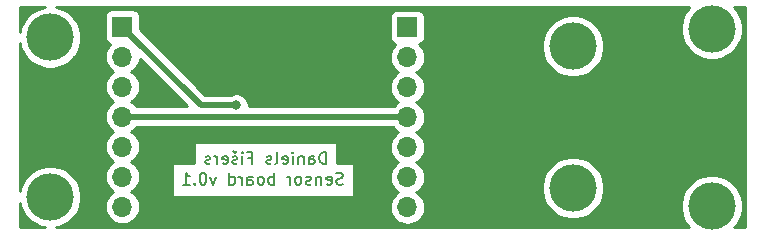
<source format=gbr>
G04 #@! TF.GenerationSoftware,KiCad,Pcbnew,(5.1.2)-2*
G04 #@! TF.CreationDate,2019-07-31T11:15:24+03:00*
G04 #@! TF.ProjectId,Sensor board,53656e73-6f72-4206-926f-6172642e6b69,rev?*
G04 #@! TF.SameCoordinates,Original*
G04 #@! TF.FileFunction,Copper,L2,Bot*
G04 #@! TF.FilePolarity,Positive*
%FSLAX46Y46*%
G04 Gerber Fmt 4.6, Leading zero omitted, Abs format (unit mm)*
G04 Created by KiCad (PCBNEW (5.1.2)-2) date 2019-07-31 11:15:24*
%MOMM*%
%LPD*%
G04 APERTURE LIST*
%ADD10C,0.150000*%
%ADD11C,4.000000*%
%ADD12O,1.700000X1.700000*%
%ADD13R,1.700000X1.700000*%
%ADD14C,0.800000*%
%ADD15C,0.500000*%
%ADD16C,0.254000*%
G04 APERTURE END LIST*
D10*
X72035714Y-34154761D02*
X71892857Y-34202380D01*
X71654761Y-34202380D01*
X71559523Y-34154761D01*
X71511904Y-34107142D01*
X71464285Y-34011904D01*
X71464285Y-33916666D01*
X71511904Y-33821428D01*
X71559523Y-33773809D01*
X71654761Y-33726190D01*
X71845238Y-33678571D01*
X71940476Y-33630952D01*
X71988095Y-33583333D01*
X72035714Y-33488095D01*
X72035714Y-33392857D01*
X71988095Y-33297619D01*
X71940476Y-33250000D01*
X71845238Y-33202380D01*
X71607142Y-33202380D01*
X71464285Y-33250000D01*
X70654761Y-34154761D02*
X70750000Y-34202380D01*
X70940476Y-34202380D01*
X71035714Y-34154761D01*
X71083333Y-34059523D01*
X71083333Y-33678571D01*
X71035714Y-33583333D01*
X70940476Y-33535714D01*
X70750000Y-33535714D01*
X70654761Y-33583333D01*
X70607142Y-33678571D01*
X70607142Y-33773809D01*
X71083333Y-33869047D01*
X70178571Y-33535714D02*
X70178571Y-34202380D01*
X70178571Y-33630952D02*
X70130952Y-33583333D01*
X70035714Y-33535714D01*
X69892857Y-33535714D01*
X69797619Y-33583333D01*
X69750000Y-33678571D01*
X69750000Y-34202380D01*
X69321428Y-34154761D02*
X69226190Y-34202380D01*
X69035714Y-34202380D01*
X68940476Y-34154761D01*
X68892857Y-34059523D01*
X68892857Y-34011904D01*
X68940476Y-33916666D01*
X69035714Y-33869047D01*
X69178571Y-33869047D01*
X69273809Y-33821428D01*
X69321428Y-33726190D01*
X69321428Y-33678571D01*
X69273809Y-33583333D01*
X69178571Y-33535714D01*
X69035714Y-33535714D01*
X68940476Y-33583333D01*
X68321428Y-34202380D02*
X68416666Y-34154761D01*
X68464285Y-34107142D01*
X68511904Y-34011904D01*
X68511904Y-33726190D01*
X68464285Y-33630952D01*
X68416666Y-33583333D01*
X68321428Y-33535714D01*
X68178571Y-33535714D01*
X68083333Y-33583333D01*
X68035714Y-33630952D01*
X67988095Y-33726190D01*
X67988095Y-34011904D01*
X68035714Y-34107142D01*
X68083333Y-34154761D01*
X68178571Y-34202380D01*
X68321428Y-34202380D01*
X67559523Y-34202380D02*
X67559523Y-33535714D01*
X67559523Y-33726190D02*
X67511904Y-33630952D01*
X67464285Y-33583333D01*
X67369047Y-33535714D01*
X67273809Y-33535714D01*
X66178571Y-34202380D02*
X66178571Y-33202380D01*
X66178571Y-33583333D02*
X66083333Y-33535714D01*
X65892857Y-33535714D01*
X65797619Y-33583333D01*
X65750000Y-33630952D01*
X65702380Y-33726190D01*
X65702380Y-34011904D01*
X65750000Y-34107142D01*
X65797619Y-34154761D01*
X65892857Y-34202380D01*
X66083333Y-34202380D01*
X66178571Y-34154761D01*
X65130952Y-34202380D02*
X65226190Y-34154761D01*
X65273809Y-34107142D01*
X65321428Y-34011904D01*
X65321428Y-33726190D01*
X65273809Y-33630952D01*
X65226190Y-33583333D01*
X65130952Y-33535714D01*
X64988095Y-33535714D01*
X64892857Y-33583333D01*
X64845238Y-33630952D01*
X64797619Y-33726190D01*
X64797619Y-34011904D01*
X64845238Y-34107142D01*
X64892857Y-34154761D01*
X64988095Y-34202380D01*
X65130952Y-34202380D01*
X63940476Y-34202380D02*
X63940476Y-33678571D01*
X63988095Y-33583333D01*
X64083333Y-33535714D01*
X64273809Y-33535714D01*
X64369047Y-33583333D01*
X63940476Y-34154761D02*
X64035714Y-34202380D01*
X64273809Y-34202380D01*
X64369047Y-34154761D01*
X64416666Y-34059523D01*
X64416666Y-33964285D01*
X64369047Y-33869047D01*
X64273809Y-33821428D01*
X64035714Y-33821428D01*
X63940476Y-33773809D01*
X63464285Y-34202380D02*
X63464285Y-33535714D01*
X63464285Y-33726190D02*
X63416666Y-33630952D01*
X63369047Y-33583333D01*
X63273809Y-33535714D01*
X63178571Y-33535714D01*
X62416666Y-34202380D02*
X62416666Y-33202380D01*
X62416666Y-34154761D02*
X62511904Y-34202380D01*
X62702380Y-34202380D01*
X62797619Y-34154761D01*
X62845238Y-34107142D01*
X62892857Y-34011904D01*
X62892857Y-33726190D01*
X62845238Y-33630952D01*
X62797619Y-33583333D01*
X62702380Y-33535714D01*
X62511904Y-33535714D01*
X62416666Y-33583333D01*
X61273809Y-33535714D02*
X61035714Y-34202380D01*
X60797619Y-33535714D01*
X60226190Y-33202380D02*
X60130952Y-33202380D01*
X60035714Y-33250000D01*
X59988095Y-33297619D01*
X59940476Y-33392857D01*
X59892857Y-33583333D01*
X59892857Y-33821428D01*
X59940476Y-34011904D01*
X59988095Y-34107142D01*
X60035714Y-34154761D01*
X60130952Y-34202380D01*
X60226190Y-34202380D01*
X60321428Y-34154761D01*
X60369047Y-34107142D01*
X60416666Y-34011904D01*
X60464285Y-33821428D01*
X60464285Y-33583333D01*
X60416666Y-33392857D01*
X60369047Y-33297619D01*
X60321428Y-33250000D01*
X60226190Y-33202380D01*
X59464285Y-34107142D02*
X59416666Y-34154761D01*
X59464285Y-34202380D01*
X59511904Y-34154761D01*
X59464285Y-34107142D01*
X59464285Y-34202380D01*
X58464285Y-34202380D02*
X59035714Y-34202380D01*
X58750000Y-34202380D02*
X58750000Y-33202380D01*
X58845238Y-33345238D01*
X58940476Y-33440476D01*
X59035714Y-33488095D01*
X70595238Y-32452380D02*
X70595238Y-31452380D01*
X70357142Y-31452380D01*
X70214285Y-31500000D01*
X70119047Y-31595238D01*
X70071428Y-31690476D01*
X70023809Y-31880952D01*
X70023809Y-32023809D01*
X70071428Y-32214285D01*
X70119047Y-32309523D01*
X70214285Y-32404761D01*
X70357142Y-32452380D01*
X70595238Y-32452380D01*
X69166666Y-32452380D02*
X69166666Y-31928571D01*
X69214285Y-31833333D01*
X69309523Y-31785714D01*
X69500000Y-31785714D01*
X69595238Y-31833333D01*
X69166666Y-32404761D02*
X69261904Y-32452380D01*
X69500000Y-32452380D01*
X69595238Y-32404761D01*
X69642857Y-32309523D01*
X69642857Y-32214285D01*
X69595238Y-32119047D01*
X69500000Y-32071428D01*
X69261904Y-32071428D01*
X69166666Y-32023809D01*
X68690476Y-31785714D02*
X68690476Y-32452380D01*
X68690476Y-31880952D02*
X68642857Y-31833333D01*
X68547619Y-31785714D01*
X68404761Y-31785714D01*
X68309523Y-31833333D01*
X68261904Y-31928571D01*
X68261904Y-32452380D01*
X67785714Y-32452380D02*
X67785714Y-31785714D01*
X67785714Y-31452380D02*
X67833333Y-31500000D01*
X67785714Y-31547619D01*
X67738095Y-31500000D01*
X67785714Y-31452380D01*
X67785714Y-31547619D01*
X66928571Y-32404761D02*
X67023809Y-32452380D01*
X67214285Y-32452380D01*
X67309523Y-32404761D01*
X67357142Y-32309523D01*
X67357142Y-31928571D01*
X67309523Y-31833333D01*
X67214285Y-31785714D01*
X67023809Y-31785714D01*
X66928571Y-31833333D01*
X66880952Y-31928571D01*
X66880952Y-32023809D01*
X67357142Y-32119047D01*
X66309523Y-32452380D02*
X66404761Y-32404761D01*
X66452380Y-32309523D01*
X66452380Y-31452380D01*
X65976190Y-32404761D02*
X65880952Y-32452380D01*
X65690476Y-32452380D01*
X65595238Y-32404761D01*
X65547619Y-32309523D01*
X65547619Y-32261904D01*
X65595238Y-32166666D01*
X65690476Y-32119047D01*
X65833333Y-32119047D01*
X65928571Y-32071428D01*
X65976190Y-31976190D01*
X65976190Y-31928571D01*
X65928571Y-31833333D01*
X65833333Y-31785714D01*
X65690476Y-31785714D01*
X65595238Y-31833333D01*
X64023809Y-31928571D02*
X64357142Y-31928571D01*
X64357142Y-32452380D02*
X64357142Y-31452380D01*
X63880952Y-31452380D01*
X63500000Y-32452380D02*
X63500000Y-31785714D01*
X63500000Y-31452380D02*
X63547619Y-31500000D01*
X63500000Y-31547619D01*
X63452380Y-31500000D01*
X63500000Y-31452380D01*
X63500000Y-31547619D01*
X63071428Y-32404761D02*
X62976190Y-32452380D01*
X62785714Y-32452380D01*
X62690476Y-32404761D01*
X62642857Y-32309523D01*
X62642857Y-32261904D01*
X62690476Y-32166666D01*
X62785714Y-32119047D01*
X62928571Y-32119047D01*
X63023809Y-32071428D01*
X63071428Y-31976190D01*
X63071428Y-31928571D01*
X63023809Y-31833333D01*
X62928571Y-31785714D01*
X62785714Y-31785714D01*
X62690476Y-31833333D01*
X63071428Y-31404761D02*
X62880952Y-31547619D01*
X62690476Y-31404761D01*
X61833333Y-32404761D02*
X61928571Y-32452380D01*
X62119047Y-32452380D01*
X62214285Y-32404761D01*
X62261904Y-32309523D01*
X62261904Y-31928571D01*
X62214285Y-31833333D01*
X62119047Y-31785714D01*
X61928571Y-31785714D01*
X61833333Y-31833333D01*
X61785714Y-31928571D01*
X61785714Y-32023809D01*
X62261904Y-32119047D01*
X61357142Y-32452380D02*
X61357142Y-31785714D01*
X61357142Y-31976190D02*
X61309523Y-31880952D01*
X61261904Y-31833333D01*
X61166666Y-31785714D01*
X61071428Y-31785714D01*
X60785714Y-32404761D02*
X60690476Y-32452380D01*
X60500000Y-32452380D01*
X60404761Y-32404761D01*
X60357142Y-32309523D01*
X60357142Y-32261904D01*
X60404761Y-32166666D01*
X60500000Y-32119047D01*
X60642857Y-32119047D01*
X60738095Y-32071428D01*
X60785714Y-31976190D01*
X60785714Y-31928571D01*
X60738095Y-31833333D01*
X60642857Y-31785714D01*
X60500000Y-31785714D01*
X60404761Y-31833333D01*
D11*
X91500000Y-34500000D03*
X91500000Y-22500000D03*
X103250000Y-21000000D03*
X103250000Y-36000000D03*
X47250000Y-35250000D03*
X47250000Y-21750000D03*
D12*
X77470000Y-36115001D03*
X77470000Y-33575001D03*
X77470000Y-31035001D03*
X77470000Y-28495001D03*
X77470000Y-25955001D03*
X77470000Y-23415001D03*
D13*
X77470000Y-20875001D03*
D12*
X53340000Y-36068000D03*
X53340000Y-33528000D03*
X53340000Y-30988000D03*
X53340000Y-28448000D03*
X53340000Y-25908000D03*
X53340000Y-23368000D03*
D13*
X53340000Y-20828000D03*
D14*
X63000000Y-27500000D03*
D15*
X77422999Y-28448000D02*
X77470000Y-28495001D01*
X53340000Y-28448000D02*
X77422999Y-28448000D01*
X60012000Y-27500000D02*
X53340000Y-20828000D01*
X63000000Y-27500000D02*
X60012000Y-27500000D01*
D16*
G36*
X44716261Y-36018601D02*
G01*
X44914893Y-36498141D01*
X45203262Y-36929715D01*
X45570285Y-37296738D01*
X46001859Y-37585107D01*
X46481399Y-37783739D01*
X46764244Y-37840000D01*
X44660000Y-37840000D01*
X44660000Y-35735756D01*
X44716261Y-36018601D01*
X44716261Y-36018601D01*
G37*
X44716261Y-36018601D02*
X44914893Y-36498141D01*
X45203262Y-36929715D01*
X45570285Y-37296738D01*
X46001859Y-37585107D01*
X46481399Y-37783739D01*
X46764244Y-37840000D01*
X44660000Y-37840000D01*
X44660000Y-35735756D01*
X44716261Y-36018601D01*
G36*
X101203262Y-19320285D02*
G01*
X100914893Y-19751859D01*
X100716261Y-20231399D01*
X100615000Y-20740475D01*
X100615000Y-21259525D01*
X100716261Y-21768601D01*
X100914893Y-22248141D01*
X101203262Y-22679715D01*
X101570285Y-23046738D01*
X102001859Y-23335107D01*
X102481399Y-23533739D01*
X102990475Y-23635000D01*
X103509525Y-23635000D01*
X104018601Y-23533739D01*
X104498141Y-23335107D01*
X104929715Y-23046738D01*
X105296738Y-22679715D01*
X105585107Y-22248141D01*
X105783739Y-21768601D01*
X105885000Y-21259525D01*
X105885000Y-20740475D01*
X105783739Y-20231399D01*
X105585107Y-19751859D01*
X105296738Y-19320285D01*
X105136453Y-19160000D01*
X106090000Y-19160000D01*
X106090001Y-37840000D01*
X105136453Y-37840000D01*
X105296738Y-37679715D01*
X105585107Y-37248141D01*
X105783739Y-36768601D01*
X105885000Y-36259525D01*
X105885000Y-35740475D01*
X105783739Y-35231399D01*
X105585107Y-34751859D01*
X105296738Y-34320285D01*
X104929715Y-33953262D01*
X104498141Y-33664893D01*
X104018601Y-33466261D01*
X103509525Y-33365000D01*
X102990475Y-33365000D01*
X102481399Y-33466261D01*
X102001859Y-33664893D01*
X101570285Y-33953262D01*
X101203262Y-34320285D01*
X100914893Y-34751859D01*
X100716261Y-35231399D01*
X100615000Y-35740475D01*
X100615000Y-36259525D01*
X100716261Y-36768601D01*
X100914893Y-37248141D01*
X101203262Y-37679715D01*
X101363547Y-37840000D01*
X47735756Y-37840000D01*
X48018601Y-37783739D01*
X48498141Y-37585107D01*
X48929715Y-37296738D01*
X49296738Y-36929715D01*
X49585107Y-36498141D01*
X49783739Y-36018601D01*
X49885000Y-35509525D01*
X49885000Y-34990475D01*
X49783739Y-34481399D01*
X49585107Y-34001859D01*
X49296738Y-33570285D01*
X48929715Y-33203262D01*
X48498141Y-32914893D01*
X48018601Y-32716261D01*
X47509525Y-32615000D01*
X46990475Y-32615000D01*
X46481399Y-32716261D01*
X46001859Y-32914893D01*
X45570285Y-33203262D01*
X45203262Y-33570285D01*
X44914893Y-34001859D01*
X44716261Y-34481399D01*
X44660000Y-34764244D01*
X44660000Y-22235756D01*
X44716261Y-22518601D01*
X44914893Y-22998141D01*
X45203262Y-23429715D01*
X45570285Y-23796738D01*
X46001859Y-24085107D01*
X46481399Y-24283739D01*
X46990475Y-24385000D01*
X47509525Y-24385000D01*
X48018601Y-24283739D01*
X48498141Y-24085107D01*
X48929715Y-23796738D01*
X49296738Y-23429715D01*
X49337974Y-23368000D01*
X51847815Y-23368000D01*
X51876487Y-23659111D01*
X51961401Y-23939034D01*
X52099294Y-24197014D01*
X52284866Y-24423134D01*
X52510986Y-24608706D01*
X52565791Y-24638000D01*
X52510986Y-24667294D01*
X52284866Y-24852866D01*
X52099294Y-25078986D01*
X51961401Y-25336966D01*
X51876487Y-25616889D01*
X51847815Y-25908000D01*
X51876487Y-26199111D01*
X51961401Y-26479034D01*
X52099294Y-26737014D01*
X52284866Y-26963134D01*
X52510986Y-27148706D01*
X52565791Y-27178000D01*
X52510986Y-27207294D01*
X52284866Y-27392866D01*
X52099294Y-27618986D01*
X51961401Y-27876966D01*
X51876487Y-28156889D01*
X51847815Y-28448000D01*
X51876487Y-28739111D01*
X51961401Y-29019034D01*
X52099294Y-29277014D01*
X52284866Y-29503134D01*
X52510986Y-29688706D01*
X52565791Y-29718000D01*
X52510986Y-29747294D01*
X52284866Y-29932866D01*
X52099294Y-30158986D01*
X51961401Y-30416966D01*
X51876487Y-30696889D01*
X51847815Y-30988000D01*
X51876487Y-31279111D01*
X51961401Y-31559034D01*
X52099294Y-31817014D01*
X52284866Y-32043134D01*
X52510986Y-32228706D01*
X52565791Y-32258000D01*
X52510986Y-32287294D01*
X52284866Y-32472866D01*
X52099294Y-32698986D01*
X51961401Y-32956966D01*
X51876487Y-33236889D01*
X51847815Y-33528000D01*
X51876487Y-33819111D01*
X51961401Y-34099034D01*
X52099294Y-34357014D01*
X52284866Y-34583134D01*
X52510986Y-34768706D01*
X52565791Y-34798000D01*
X52510986Y-34827294D01*
X52284866Y-35012866D01*
X52099294Y-35238986D01*
X51961401Y-35496966D01*
X51876487Y-35776889D01*
X51847815Y-36068000D01*
X51876487Y-36359111D01*
X51961401Y-36639034D01*
X52099294Y-36897014D01*
X52284866Y-37123134D01*
X52510986Y-37308706D01*
X52768966Y-37446599D01*
X53048889Y-37531513D01*
X53267050Y-37553000D01*
X53412950Y-37553000D01*
X53631111Y-37531513D01*
X53911034Y-37446599D01*
X54169014Y-37308706D01*
X54395134Y-37123134D01*
X54580706Y-36897014D01*
X54718599Y-36639034D01*
X54803513Y-36359111D01*
X54832185Y-36068000D01*
X54803513Y-35776889D01*
X54718599Y-35496966D01*
X54580706Y-35238986D01*
X54395134Y-35012866D01*
X54169014Y-34827294D01*
X54114209Y-34798000D01*
X54169014Y-34768706D01*
X54395134Y-34583134D01*
X54580706Y-34357014D01*
X54718599Y-34099034D01*
X54803513Y-33819111D01*
X54832185Y-33528000D01*
X54803513Y-33236889D01*
X54718599Y-32956966D01*
X54580706Y-32698986D01*
X54395134Y-32472866D01*
X54254561Y-32357500D01*
X57563810Y-32357500D01*
X57563810Y-35277500D01*
X72936191Y-35277500D01*
X72936191Y-32357500D01*
X71543334Y-32357500D01*
X71543334Y-30607500D01*
X59456667Y-30607500D01*
X59456667Y-32357500D01*
X57563810Y-32357500D01*
X54254561Y-32357500D01*
X54169014Y-32287294D01*
X54114209Y-32258000D01*
X54169014Y-32228706D01*
X54395134Y-32043134D01*
X54580706Y-31817014D01*
X54718599Y-31559034D01*
X54803513Y-31279111D01*
X54832185Y-30988000D01*
X54803513Y-30696889D01*
X54718599Y-30416966D01*
X54580706Y-30158986D01*
X54395134Y-29932866D01*
X54169014Y-29747294D01*
X54114209Y-29718000D01*
X54169014Y-29688706D01*
X54395134Y-29503134D01*
X54534759Y-29333000D01*
X76236668Y-29333000D01*
X76414866Y-29550135D01*
X76640986Y-29735707D01*
X76695791Y-29765001D01*
X76640986Y-29794295D01*
X76414866Y-29979867D01*
X76229294Y-30205987D01*
X76091401Y-30463967D01*
X76006487Y-30743890D01*
X75977815Y-31035001D01*
X76006487Y-31326112D01*
X76091401Y-31606035D01*
X76229294Y-31864015D01*
X76414866Y-32090135D01*
X76640986Y-32275707D01*
X76695791Y-32305001D01*
X76640986Y-32334295D01*
X76414866Y-32519867D01*
X76229294Y-32745987D01*
X76091401Y-33003967D01*
X76006487Y-33283890D01*
X75977815Y-33575001D01*
X76006487Y-33866112D01*
X76091401Y-34146035D01*
X76229294Y-34404015D01*
X76414866Y-34630135D01*
X76640986Y-34815707D01*
X76695791Y-34845001D01*
X76640986Y-34874295D01*
X76414866Y-35059867D01*
X76229294Y-35285987D01*
X76091401Y-35543967D01*
X76006487Y-35823890D01*
X75977815Y-36115001D01*
X76006487Y-36406112D01*
X76091401Y-36686035D01*
X76229294Y-36944015D01*
X76414866Y-37170135D01*
X76640986Y-37355707D01*
X76898966Y-37493600D01*
X77178889Y-37578514D01*
X77397050Y-37600001D01*
X77542950Y-37600001D01*
X77761111Y-37578514D01*
X78041034Y-37493600D01*
X78299014Y-37355707D01*
X78525134Y-37170135D01*
X78710706Y-36944015D01*
X78848599Y-36686035D01*
X78933513Y-36406112D01*
X78962185Y-36115001D01*
X78933513Y-35823890D01*
X78848599Y-35543967D01*
X78710706Y-35285987D01*
X78525134Y-35059867D01*
X78299014Y-34874295D01*
X78244209Y-34845001D01*
X78299014Y-34815707D01*
X78525134Y-34630135D01*
X78710706Y-34404015D01*
X78798119Y-34240475D01*
X88865000Y-34240475D01*
X88865000Y-34759525D01*
X88966261Y-35268601D01*
X89164893Y-35748141D01*
X89453262Y-36179715D01*
X89820285Y-36546738D01*
X90251859Y-36835107D01*
X90731399Y-37033739D01*
X91240475Y-37135000D01*
X91759525Y-37135000D01*
X92268601Y-37033739D01*
X92748141Y-36835107D01*
X93179715Y-36546738D01*
X93546738Y-36179715D01*
X93835107Y-35748141D01*
X94033739Y-35268601D01*
X94135000Y-34759525D01*
X94135000Y-34240475D01*
X94033739Y-33731399D01*
X93835107Y-33251859D01*
X93546738Y-32820285D01*
X93179715Y-32453262D01*
X92748141Y-32164893D01*
X92268601Y-31966261D01*
X91759525Y-31865000D01*
X91240475Y-31865000D01*
X90731399Y-31966261D01*
X90251859Y-32164893D01*
X89820285Y-32453262D01*
X89453262Y-32820285D01*
X89164893Y-33251859D01*
X88966261Y-33731399D01*
X88865000Y-34240475D01*
X78798119Y-34240475D01*
X78848599Y-34146035D01*
X78933513Y-33866112D01*
X78962185Y-33575001D01*
X78933513Y-33283890D01*
X78848599Y-33003967D01*
X78710706Y-32745987D01*
X78525134Y-32519867D01*
X78299014Y-32334295D01*
X78244209Y-32305001D01*
X78299014Y-32275707D01*
X78525134Y-32090135D01*
X78710706Y-31864015D01*
X78848599Y-31606035D01*
X78933513Y-31326112D01*
X78962185Y-31035001D01*
X78933513Y-30743890D01*
X78848599Y-30463967D01*
X78710706Y-30205987D01*
X78525134Y-29979867D01*
X78299014Y-29794295D01*
X78244209Y-29765001D01*
X78299014Y-29735707D01*
X78525134Y-29550135D01*
X78710706Y-29324015D01*
X78848599Y-29066035D01*
X78933513Y-28786112D01*
X78962185Y-28495001D01*
X78933513Y-28203890D01*
X78848599Y-27923967D01*
X78710706Y-27665987D01*
X78525134Y-27439867D01*
X78299014Y-27254295D01*
X78244209Y-27225001D01*
X78299014Y-27195707D01*
X78525134Y-27010135D01*
X78710706Y-26784015D01*
X78848599Y-26526035D01*
X78933513Y-26246112D01*
X78962185Y-25955001D01*
X78933513Y-25663890D01*
X78848599Y-25383967D01*
X78710706Y-25125987D01*
X78525134Y-24899867D01*
X78299014Y-24714295D01*
X78244209Y-24685001D01*
X78299014Y-24655707D01*
X78525134Y-24470135D01*
X78710706Y-24244015D01*
X78848599Y-23986035D01*
X78933513Y-23706112D01*
X78962185Y-23415001D01*
X78933513Y-23123890D01*
X78848599Y-22843967D01*
X78710706Y-22585987D01*
X78525134Y-22359867D01*
X78495313Y-22335394D01*
X78564180Y-22314503D01*
X78674494Y-22255538D01*
X78692848Y-22240475D01*
X88865000Y-22240475D01*
X88865000Y-22759525D01*
X88966261Y-23268601D01*
X89164893Y-23748141D01*
X89453262Y-24179715D01*
X89820285Y-24546738D01*
X90251859Y-24835107D01*
X90731399Y-25033739D01*
X91240475Y-25135000D01*
X91759525Y-25135000D01*
X92268601Y-25033739D01*
X92748141Y-24835107D01*
X93179715Y-24546738D01*
X93546738Y-24179715D01*
X93835107Y-23748141D01*
X94033739Y-23268601D01*
X94135000Y-22759525D01*
X94135000Y-22240475D01*
X94033739Y-21731399D01*
X93835107Y-21251859D01*
X93546738Y-20820285D01*
X93179715Y-20453262D01*
X92748141Y-20164893D01*
X92268601Y-19966261D01*
X91759525Y-19865000D01*
X91240475Y-19865000D01*
X90731399Y-19966261D01*
X90251859Y-20164893D01*
X89820285Y-20453262D01*
X89453262Y-20820285D01*
X89164893Y-21251859D01*
X88966261Y-21731399D01*
X88865000Y-22240475D01*
X78692848Y-22240475D01*
X78771185Y-22176186D01*
X78850537Y-22079495D01*
X78909502Y-21969181D01*
X78945812Y-21849483D01*
X78958072Y-21725001D01*
X78958072Y-20025001D01*
X78945812Y-19900519D01*
X78909502Y-19780821D01*
X78850537Y-19670507D01*
X78771185Y-19573816D01*
X78674494Y-19494464D01*
X78564180Y-19435499D01*
X78444482Y-19399189D01*
X78320000Y-19386929D01*
X76620000Y-19386929D01*
X76495518Y-19399189D01*
X76375820Y-19435499D01*
X76265506Y-19494464D01*
X76168815Y-19573816D01*
X76089463Y-19670507D01*
X76030498Y-19780821D01*
X75994188Y-19900519D01*
X75981928Y-20025001D01*
X75981928Y-21725001D01*
X75994188Y-21849483D01*
X76030498Y-21969181D01*
X76089463Y-22079495D01*
X76168815Y-22176186D01*
X76265506Y-22255538D01*
X76375820Y-22314503D01*
X76444687Y-22335394D01*
X76414866Y-22359867D01*
X76229294Y-22585987D01*
X76091401Y-22843967D01*
X76006487Y-23123890D01*
X75977815Y-23415001D01*
X76006487Y-23706112D01*
X76091401Y-23986035D01*
X76229294Y-24244015D01*
X76414866Y-24470135D01*
X76640986Y-24655707D01*
X76695791Y-24685001D01*
X76640986Y-24714295D01*
X76414866Y-24899867D01*
X76229294Y-25125987D01*
X76091401Y-25383967D01*
X76006487Y-25663890D01*
X75977815Y-25955001D01*
X76006487Y-26246112D01*
X76091401Y-26526035D01*
X76229294Y-26784015D01*
X76414866Y-27010135D01*
X76640986Y-27195707D01*
X76695791Y-27225001D01*
X76640986Y-27254295D01*
X76414866Y-27439867D01*
X76313813Y-27563000D01*
X64035000Y-27563000D01*
X64035000Y-27398061D01*
X63995226Y-27198102D01*
X63917205Y-27009744D01*
X63803937Y-26840226D01*
X63659774Y-26696063D01*
X63490256Y-26582795D01*
X63301898Y-26504774D01*
X63101939Y-26465000D01*
X62898061Y-26465000D01*
X62698102Y-26504774D01*
X62509744Y-26582795D01*
X62461546Y-26615000D01*
X60378579Y-26615000D01*
X54828072Y-21064494D01*
X54828072Y-19978000D01*
X54815812Y-19853518D01*
X54779502Y-19733820D01*
X54720537Y-19623506D01*
X54641185Y-19526815D01*
X54544494Y-19447463D01*
X54434180Y-19388498D01*
X54314482Y-19352188D01*
X54190000Y-19339928D01*
X52490000Y-19339928D01*
X52365518Y-19352188D01*
X52245820Y-19388498D01*
X52135506Y-19447463D01*
X52038815Y-19526815D01*
X51959463Y-19623506D01*
X51900498Y-19733820D01*
X51864188Y-19853518D01*
X51851928Y-19978000D01*
X51851928Y-21678000D01*
X51864188Y-21802482D01*
X51900498Y-21922180D01*
X51959463Y-22032494D01*
X52038815Y-22129185D01*
X52135506Y-22208537D01*
X52245820Y-22267502D01*
X52314687Y-22288393D01*
X52284866Y-22312866D01*
X52099294Y-22538986D01*
X51961401Y-22796966D01*
X51876487Y-23076889D01*
X51847815Y-23368000D01*
X49337974Y-23368000D01*
X49585107Y-22998141D01*
X49783739Y-22518601D01*
X49885000Y-22009525D01*
X49885000Y-21490475D01*
X49783739Y-20981399D01*
X49585107Y-20501859D01*
X49296738Y-20070285D01*
X48929715Y-19703262D01*
X48498141Y-19414893D01*
X48018601Y-19216261D01*
X47735756Y-19160000D01*
X101363547Y-19160000D01*
X101203262Y-19320285D01*
X101203262Y-19320285D01*
G37*
X101203262Y-19320285D02*
X100914893Y-19751859D01*
X100716261Y-20231399D01*
X100615000Y-20740475D01*
X100615000Y-21259525D01*
X100716261Y-21768601D01*
X100914893Y-22248141D01*
X101203262Y-22679715D01*
X101570285Y-23046738D01*
X102001859Y-23335107D01*
X102481399Y-23533739D01*
X102990475Y-23635000D01*
X103509525Y-23635000D01*
X104018601Y-23533739D01*
X104498141Y-23335107D01*
X104929715Y-23046738D01*
X105296738Y-22679715D01*
X105585107Y-22248141D01*
X105783739Y-21768601D01*
X105885000Y-21259525D01*
X105885000Y-20740475D01*
X105783739Y-20231399D01*
X105585107Y-19751859D01*
X105296738Y-19320285D01*
X105136453Y-19160000D01*
X106090000Y-19160000D01*
X106090001Y-37840000D01*
X105136453Y-37840000D01*
X105296738Y-37679715D01*
X105585107Y-37248141D01*
X105783739Y-36768601D01*
X105885000Y-36259525D01*
X105885000Y-35740475D01*
X105783739Y-35231399D01*
X105585107Y-34751859D01*
X105296738Y-34320285D01*
X104929715Y-33953262D01*
X104498141Y-33664893D01*
X104018601Y-33466261D01*
X103509525Y-33365000D01*
X102990475Y-33365000D01*
X102481399Y-33466261D01*
X102001859Y-33664893D01*
X101570285Y-33953262D01*
X101203262Y-34320285D01*
X100914893Y-34751859D01*
X100716261Y-35231399D01*
X100615000Y-35740475D01*
X100615000Y-36259525D01*
X100716261Y-36768601D01*
X100914893Y-37248141D01*
X101203262Y-37679715D01*
X101363547Y-37840000D01*
X47735756Y-37840000D01*
X48018601Y-37783739D01*
X48498141Y-37585107D01*
X48929715Y-37296738D01*
X49296738Y-36929715D01*
X49585107Y-36498141D01*
X49783739Y-36018601D01*
X49885000Y-35509525D01*
X49885000Y-34990475D01*
X49783739Y-34481399D01*
X49585107Y-34001859D01*
X49296738Y-33570285D01*
X48929715Y-33203262D01*
X48498141Y-32914893D01*
X48018601Y-32716261D01*
X47509525Y-32615000D01*
X46990475Y-32615000D01*
X46481399Y-32716261D01*
X46001859Y-32914893D01*
X45570285Y-33203262D01*
X45203262Y-33570285D01*
X44914893Y-34001859D01*
X44716261Y-34481399D01*
X44660000Y-34764244D01*
X44660000Y-22235756D01*
X44716261Y-22518601D01*
X44914893Y-22998141D01*
X45203262Y-23429715D01*
X45570285Y-23796738D01*
X46001859Y-24085107D01*
X46481399Y-24283739D01*
X46990475Y-24385000D01*
X47509525Y-24385000D01*
X48018601Y-24283739D01*
X48498141Y-24085107D01*
X48929715Y-23796738D01*
X49296738Y-23429715D01*
X49337974Y-23368000D01*
X51847815Y-23368000D01*
X51876487Y-23659111D01*
X51961401Y-23939034D01*
X52099294Y-24197014D01*
X52284866Y-24423134D01*
X52510986Y-24608706D01*
X52565791Y-24638000D01*
X52510986Y-24667294D01*
X52284866Y-24852866D01*
X52099294Y-25078986D01*
X51961401Y-25336966D01*
X51876487Y-25616889D01*
X51847815Y-25908000D01*
X51876487Y-26199111D01*
X51961401Y-26479034D01*
X52099294Y-26737014D01*
X52284866Y-26963134D01*
X52510986Y-27148706D01*
X52565791Y-27178000D01*
X52510986Y-27207294D01*
X52284866Y-27392866D01*
X52099294Y-27618986D01*
X51961401Y-27876966D01*
X51876487Y-28156889D01*
X51847815Y-28448000D01*
X51876487Y-28739111D01*
X51961401Y-29019034D01*
X52099294Y-29277014D01*
X52284866Y-29503134D01*
X52510986Y-29688706D01*
X52565791Y-29718000D01*
X52510986Y-29747294D01*
X52284866Y-29932866D01*
X52099294Y-30158986D01*
X51961401Y-30416966D01*
X51876487Y-30696889D01*
X51847815Y-30988000D01*
X51876487Y-31279111D01*
X51961401Y-31559034D01*
X52099294Y-31817014D01*
X52284866Y-32043134D01*
X52510986Y-32228706D01*
X52565791Y-32258000D01*
X52510986Y-32287294D01*
X52284866Y-32472866D01*
X52099294Y-32698986D01*
X51961401Y-32956966D01*
X51876487Y-33236889D01*
X51847815Y-33528000D01*
X51876487Y-33819111D01*
X51961401Y-34099034D01*
X52099294Y-34357014D01*
X52284866Y-34583134D01*
X52510986Y-34768706D01*
X52565791Y-34798000D01*
X52510986Y-34827294D01*
X52284866Y-35012866D01*
X52099294Y-35238986D01*
X51961401Y-35496966D01*
X51876487Y-35776889D01*
X51847815Y-36068000D01*
X51876487Y-36359111D01*
X51961401Y-36639034D01*
X52099294Y-36897014D01*
X52284866Y-37123134D01*
X52510986Y-37308706D01*
X52768966Y-37446599D01*
X53048889Y-37531513D01*
X53267050Y-37553000D01*
X53412950Y-37553000D01*
X53631111Y-37531513D01*
X53911034Y-37446599D01*
X54169014Y-37308706D01*
X54395134Y-37123134D01*
X54580706Y-36897014D01*
X54718599Y-36639034D01*
X54803513Y-36359111D01*
X54832185Y-36068000D01*
X54803513Y-35776889D01*
X54718599Y-35496966D01*
X54580706Y-35238986D01*
X54395134Y-35012866D01*
X54169014Y-34827294D01*
X54114209Y-34798000D01*
X54169014Y-34768706D01*
X54395134Y-34583134D01*
X54580706Y-34357014D01*
X54718599Y-34099034D01*
X54803513Y-33819111D01*
X54832185Y-33528000D01*
X54803513Y-33236889D01*
X54718599Y-32956966D01*
X54580706Y-32698986D01*
X54395134Y-32472866D01*
X54254561Y-32357500D01*
X57563810Y-32357500D01*
X57563810Y-35277500D01*
X72936191Y-35277500D01*
X72936191Y-32357500D01*
X71543334Y-32357500D01*
X71543334Y-30607500D01*
X59456667Y-30607500D01*
X59456667Y-32357500D01*
X57563810Y-32357500D01*
X54254561Y-32357500D01*
X54169014Y-32287294D01*
X54114209Y-32258000D01*
X54169014Y-32228706D01*
X54395134Y-32043134D01*
X54580706Y-31817014D01*
X54718599Y-31559034D01*
X54803513Y-31279111D01*
X54832185Y-30988000D01*
X54803513Y-30696889D01*
X54718599Y-30416966D01*
X54580706Y-30158986D01*
X54395134Y-29932866D01*
X54169014Y-29747294D01*
X54114209Y-29718000D01*
X54169014Y-29688706D01*
X54395134Y-29503134D01*
X54534759Y-29333000D01*
X76236668Y-29333000D01*
X76414866Y-29550135D01*
X76640986Y-29735707D01*
X76695791Y-29765001D01*
X76640986Y-29794295D01*
X76414866Y-29979867D01*
X76229294Y-30205987D01*
X76091401Y-30463967D01*
X76006487Y-30743890D01*
X75977815Y-31035001D01*
X76006487Y-31326112D01*
X76091401Y-31606035D01*
X76229294Y-31864015D01*
X76414866Y-32090135D01*
X76640986Y-32275707D01*
X76695791Y-32305001D01*
X76640986Y-32334295D01*
X76414866Y-32519867D01*
X76229294Y-32745987D01*
X76091401Y-33003967D01*
X76006487Y-33283890D01*
X75977815Y-33575001D01*
X76006487Y-33866112D01*
X76091401Y-34146035D01*
X76229294Y-34404015D01*
X76414866Y-34630135D01*
X76640986Y-34815707D01*
X76695791Y-34845001D01*
X76640986Y-34874295D01*
X76414866Y-35059867D01*
X76229294Y-35285987D01*
X76091401Y-35543967D01*
X76006487Y-35823890D01*
X75977815Y-36115001D01*
X76006487Y-36406112D01*
X76091401Y-36686035D01*
X76229294Y-36944015D01*
X76414866Y-37170135D01*
X76640986Y-37355707D01*
X76898966Y-37493600D01*
X77178889Y-37578514D01*
X77397050Y-37600001D01*
X77542950Y-37600001D01*
X77761111Y-37578514D01*
X78041034Y-37493600D01*
X78299014Y-37355707D01*
X78525134Y-37170135D01*
X78710706Y-36944015D01*
X78848599Y-36686035D01*
X78933513Y-36406112D01*
X78962185Y-36115001D01*
X78933513Y-35823890D01*
X78848599Y-35543967D01*
X78710706Y-35285987D01*
X78525134Y-35059867D01*
X78299014Y-34874295D01*
X78244209Y-34845001D01*
X78299014Y-34815707D01*
X78525134Y-34630135D01*
X78710706Y-34404015D01*
X78798119Y-34240475D01*
X88865000Y-34240475D01*
X88865000Y-34759525D01*
X88966261Y-35268601D01*
X89164893Y-35748141D01*
X89453262Y-36179715D01*
X89820285Y-36546738D01*
X90251859Y-36835107D01*
X90731399Y-37033739D01*
X91240475Y-37135000D01*
X91759525Y-37135000D01*
X92268601Y-37033739D01*
X92748141Y-36835107D01*
X93179715Y-36546738D01*
X93546738Y-36179715D01*
X93835107Y-35748141D01*
X94033739Y-35268601D01*
X94135000Y-34759525D01*
X94135000Y-34240475D01*
X94033739Y-33731399D01*
X93835107Y-33251859D01*
X93546738Y-32820285D01*
X93179715Y-32453262D01*
X92748141Y-32164893D01*
X92268601Y-31966261D01*
X91759525Y-31865000D01*
X91240475Y-31865000D01*
X90731399Y-31966261D01*
X90251859Y-32164893D01*
X89820285Y-32453262D01*
X89453262Y-32820285D01*
X89164893Y-33251859D01*
X88966261Y-33731399D01*
X88865000Y-34240475D01*
X78798119Y-34240475D01*
X78848599Y-34146035D01*
X78933513Y-33866112D01*
X78962185Y-33575001D01*
X78933513Y-33283890D01*
X78848599Y-33003967D01*
X78710706Y-32745987D01*
X78525134Y-32519867D01*
X78299014Y-32334295D01*
X78244209Y-32305001D01*
X78299014Y-32275707D01*
X78525134Y-32090135D01*
X78710706Y-31864015D01*
X78848599Y-31606035D01*
X78933513Y-31326112D01*
X78962185Y-31035001D01*
X78933513Y-30743890D01*
X78848599Y-30463967D01*
X78710706Y-30205987D01*
X78525134Y-29979867D01*
X78299014Y-29794295D01*
X78244209Y-29765001D01*
X78299014Y-29735707D01*
X78525134Y-29550135D01*
X78710706Y-29324015D01*
X78848599Y-29066035D01*
X78933513Y-28786112D01*
X78962185Y-28495001D01*
X78933513Y-28203890D01*
X78848599Y-27923967D01*
X78710706Y-27665987D01*
X78525134Y-27439867D01*
X78299014Y-27254295D01*
X78244209Y-27225001D01*
X78299014Y-27195707D01*
X78525134Y-27010135D01*
X78710706Y-26784015D01*
X78848599Y-26526035D01*
X78933513Y-26246112D01*
X78962185Y-25955001D01*
X78933513Y-25663890D01*
X78848599Y-25383967D01*
X78710706Y-25125987D01*
X78525134Y-24899867D01*
X78299014Y-24714295D01*
X78244209Y-24685001D01*
X78299014Y-24655707D01*
X78525134Y-24470135D01*
X78710706Y-24244015D01*
X78848599Y-23986035D01*
X78933513Y-23706112D01*
X78962185Y-23415001D01*
X78933513Y-23123890D01*
X78848599Y-22843967D01*
X78710706Y-22585987D01*
X78525134Y-22359867D01*
X78495313Y-22335394D01*
X78564180Y-22314503D01*
X78674494Y-22255538D01*
X78692848Y-22240475D01*
X88865000Y-22240475D01*
X88865000Y-22759525D01*
X88966261Y-23268601D01*
X89164893Y-23748141D01*
X89453262Y-24179715D01*
X89820285Y-24546738D01*
X90251859Y-24835107D01*
X90731399Y-25033739D01*
X91240475Y-25135000D01*
X91759525Y-25135000D01*
X92268601Y-25033739D01*
X92748141Y-24835107D01*
X93179715Y-24546738D01*
X93546738Y-24179715D01*
X93835107Y-23748141D01*
X94033739Y-23268601D01*
X94135000Y-22759525D01*
X94135000Y-22240475D01*
X94033739Y-21731399D01*
X93835107Y-21251859D01*
X93546738Y-20820285D01*
X93179715Y-20453262D01*
X92748141Y-20164893D01*
X92268601Y-19966261D01*
X91759525Y-19865000D01*
X91240475Y-19865000D01*
X90731399Y-19966261D01*
X90251859Y-20164893D01*
X89820285Y-20453262D01*
X89453262Y-20820285D01*
X89164893Y-21251859D01*
X88966261Y-21731399D01*
X88865000Y-22240475D01*
X78692848Y-22240475D01*
X78771185Y-22176186D01*
X78850537Y-22079495D01*
X78909502Y-21969181D01*
X78945812Y-21849483D01*
X78958072Y-21725001D01*
X78958072Y-20025001D01*
X78945812Y-19900519D01*
X78909502Y-19780821D01*
X78850537Y-19670507D01*
X78771185Y-19573816D01*
X78674494Y-19494464D01*
X78564180Y-19435499D01*
X78444482Y-19399189D01*
X78320000Y-19386929D01*
X76620000Y-19386929D01*
X76495518Y-19399189D01*
X76375820Y-19435499D01*
X76265506Y-19494464D01*
X76168815Y-19573816D01*
X76089463Y-19670507D01*
X76030498Y-19780821D01*
X75994188Y-19900519D01*
X75981928Y-20025001D01*
X75981928Y-21725001D01*
X75994188Y-21849483D01*
X76030498Y-21969181D01*
X76089463Y-22079495D01*
X76168815Y-22176186D01*
X76265506Y-22255538D01*
X76375820Y-22314503D01*
X76444687Y-22335394D01*
X76414866Y-22359867D01*
X76229294Y-22585987D01*
X76091401Y-22843967D01*
X76006487Y-23123890D01*
X75977815Y-23415001D01*
X76006487Y-23706112D01*
X76091401Y-23986035D01*
X76229294Y-24244015D01*
X76414866Y-24470135D01*
X76640986Y-24655707D01*
X76695791Y-24685001D01*
X76640986Y-24714295D01*
X76414866Y-24899867D01*
X76229294Y-25125987D01*
X76091401Y-25383967D01*
X76006487Y-25663890D01*
X75977815Y-25955001D01*
X76006487Y-26246112D01*
X76091401Y-26526035D01*
X76229294Y-26784015D01*
X76414866Y-27010135D01*
X76640986Y-27195707D01*
X76695791Y-27225001D01*
X76640986Y-27254295D01*
X76414866Y-27439867D01*
X76313813Y-27563000D01*
X64035000Y-27563000D01*
X64035000Y-27398061D01*
X63995226Y-27198102D01*
X63917205Y-27009744D01*
X63803937Y-26840226D01*
X63659774Y-26696063D01*
X63490256Y-26582795D01*
X63301898Y-26504774D01*
X63101939Y-26465000D01*
X62898061Y-26465000D01*
X62698102Y-26504774D01*
X62509744Y-26582795D01*
X62461546Y-26615000D01*
X60378579Y-26615000D01*
X54828072Y-21064494D01*
X54828072Y-19978000D01*
X54815812Y-19853518D01*
X54779502Y-19733820D01*
X54720537Y-19623506D01*
X54641185Y-19526815D01*
X54544494Y-19447463D01*
X54434180Y-19388498D01*
X54314482Y-19352188D01*
X54190000Y-19339928D01*
X52490000Y-19339928D01*
X52365518Y-19352188D01*
X52245820Y-19388498D01*
X52135506Y-19447463D01*
X52038815Y-19526815D01*
X51959463Y-19623506D01*
X51900498Y-19733820D01*
X51864188Y-19853518D01*
X51851928Y-19978000D01*
X51851928Y-21678000D01*
X51864188Y-21802482D01*
X51900498Y-21922180D01*
X51959463Y-22032494D01*
X52038815Y-22129185D01*
X52135506Y-22208537D01*
X52245820Y-22267502D01*
X52314687Y-22288393D01*
X52284866Y-22312866D01*
X52099294Y-22538986D01*
X51961401Y-22796966D01*
X51876487Y-23076889D01*
X51847815Y-23368000D01*
X49337974Y-23368000D01*
X49585107Y-22998141D01*
X49783739Y-22518601D01*
X49885000Y-22009525D01*
X49885000Y-21490475D01*
X49783739Y-20981399D01*
X49585107Y-20501859D01*
X49296738Y-20070285D01*
X48929715Y-19703262D01*
X48498141Y-19414893D01*
X48018601Y-19216261D01*
X47735756Y-19160000D01*
X101363547Y-19160000D01*
X101203262Y-19320285D01*
G36*
X58823421Y-27563000D02*
G01*
X54534759Y-27563000D01*
X54395134Y-27392866D01*
X54169014Y-27207294D01*
X54114209Y-27178000D01*
X54169014Y-27148706D01*
X54395134Y-26963134D01*
X54580706Y-26737014D01*
X54718599Y-26479034D01*
X54803513Y-26199111D01*
X54832185Y-25908000D01*
X54803513Y-25616889D01*
X54718599Y-25336966D01*
X54580706Y-25078986D01*
X54395134Y-24852866D01*
X54169014Y-24667294D01*
X54114209Y-24638000D01*
X54169014Y-24608706D01*
X54395134Y-24423134D01*
X54580706Y-24197014D01*
X54718599Y-23939034D01*
X54803513Y-23659111D01*
X54813915Y-23553494D01*
X58823421Y-27563000D01*
X58823421Y-27563000D01*
G37*
X58823421Y-27563000D02*
X54534759Y-27563000D01*
X54395134Y-27392866D01*
X54169014Y-27207294D01*
X54114209Y-27178000D01*
X54169014Y-27148706D01*
X54395134Y-26963134D01*
X54580706Y-26737014D01*
X54718599Y-26479034D01*
X54803513Y-26199111D01*
X54832185Y-25908000D01*
X54803513Y-25616889D01*
X54718599Y-25336966D01*
X54580706Y-25078986D01*
X54395134Y-24852866D01*
X54169014Y-24667294D01*
X54114209Y-24638000D01*
X54169014Y-24608706D01*
X54395134Y-24423134D01*
X54580706Y-24197014D01*
X54718599Y-23939034D01*
X54803513Y-23659111D01*
X54813915Y-23553494D01*
X58823421Y-27563000D01*
G36*
X46481399Y-19216261D02*
G01*
X46001859Y-19414893D01*
X45570285Y-19703262D01*
X45203262Y-20070285D01*
X44914893Y-20501859D01*
X44716261Y-20981399D01*
X44660000Y-21264244D01*
X44660000Y-19160000D01*
X46764244Y-19160000D01*
X46481399Y-19216261D01*
X46481399Y-19216261D01*
G37*
X46481399Y-19216261D02*
X46001859Y-19414893D01*
X45570285Y-19703262D01*
X45203262Y-20070285D01*
X44914893Y-20501859D01*
X44716261Y-20981399D01*
X44660000Y-21264244D01*
X44660000Y-19160000D01*
X46764244Y-19160000D01*
X46481399Y-19216261D01*
M02*

</source>
